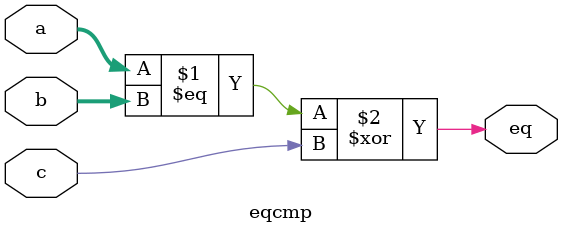
<source format=sv>
`timescale 1ns / 1ps


module eqcmp(input logic [31:0] a,
              input logic [31:0] b,
              input logic c,
              output logic eq);

assign eq=(a==b)^c;
endmodule

</source>
